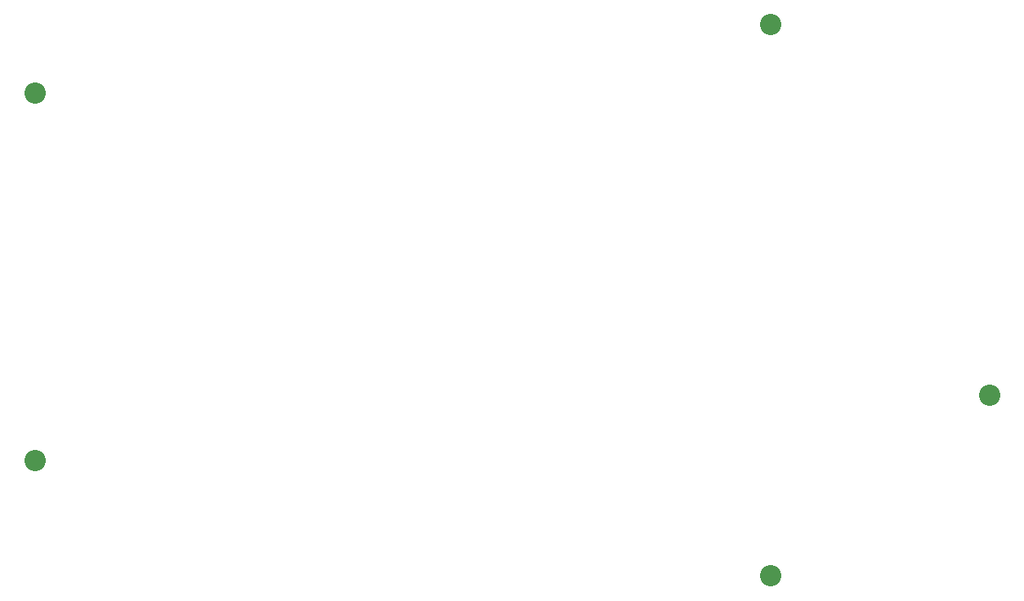
<source format=gbs>
G04 #@! TF.GenerationSoftware,KiCad,Pcbnew,(5.99.0-10902-g92c4596252)*
G04 #@! TF.CreationDate,2021-10-13T13:10:58+08:00*
G04 #@! TF.ProjectId,underplate,756e6465-7270-46c6-9174-652e6b696361,rev?*
G04 #@! TF.SameCoordinates,Original*
G04 #@! TF.FileFunction,Soldermask,Bot*
G04 #@! TF.FilePolarity,Negative*
%FSLAX46Y46*%
G04 Gerber Fmt 4.6, Leading zero omitted, Abs format (unit mm)*
G04 Created by KiCad (PCBNEW (5.99.0-10902-g92c4596252)) date 2021-10-13 13:10:58*
%MOMM*%
%LPD*%
G01*
G04 APERTURE LIST*
%ADD10C,2.202000*%
G04 APERTURE END LIST*
D10*
X206578200Y-106222800D03*
X107696000Y-74930000D03*
X183896000Y-124968000D03*
X107696000Y-113030000D03*
X183896000Y-67818000D03*
M02*

</source>
